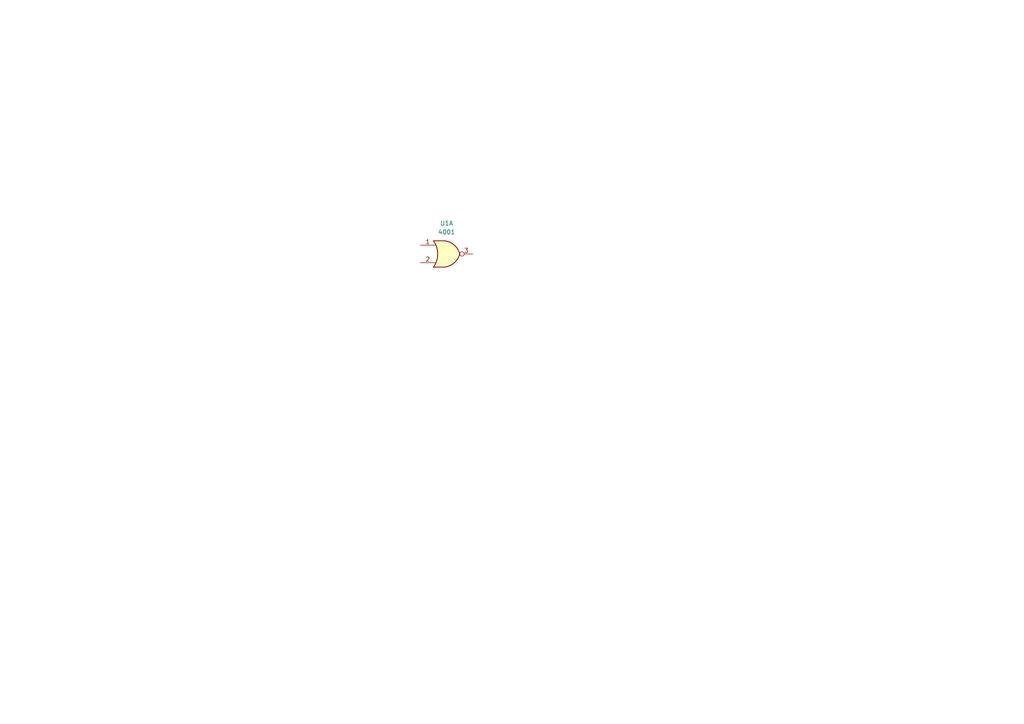
<source format=kicad_sch>
(kicad_sch (version 20231120) (generator "eeschema") (generator_version "8.0")
  (paper "A4")
  (lib_symbols
    (symbol "4xxx:4001" (pin_names (offset 1.016))
      (property "Reference" "U" (at 0 1.27 0))
      (property "Value" "4001" (at 0 -1.27 0))
      (symbol "4001_1_1"
        (arc (start -3.81 -3.81) (mid -2.589 0) (end -3.81 3.81) (stroke (width 0.254)))
        (arc (start -0.6096 -3.81) (mid 2.1842 -2.5851) (end 3.81 0) (stroke (width 0.254)) (fill (type background)))
        (polyline (pts (xy -3.81 -3.81) (xy -0.635 -3.81)) (stroke (width 0.254)) (fill (type background)))
        (polyline (pts (xy -3.81 3.81) (xy -0.635 3.81)) (stroke (width 0.254)) (fill (type background)))
        (polyline (pts (xy -0.635 3.81) (xy -3.81 3.81) (xy -3.81 3.81) (xy -3.556 3.4036) (xy -3.0226 2.2606) (xy -2.6924 1.0414) (xy -2.6162 -0.254) (xy -2.7686 -1.4986) (xy -3.175 -2.7178) (xy -3.81 -3.81) (xy -3.81 -3.81) (xy -0.635 -3.81)) (stroke (width -25.4)) (fill (type background)))
        (arc (start 3.81 0) (mid 2.1915 2.5936) (end -0.6096 3.81) (stroke (width 0.254)) (fill (type background)))
        (pin input line (at -7.62 2.54 0) (length 4.318) (name "~") (number "1"))
        (pin input line (at -7.62 -2.54 0) (length 4.318) (name "~") (number "2"))
        (pin output inverted (at 7.62 0 180) (length 3.81) (name "~") (number "3"))
      )
      (symbol "4001_1_2"
        (arc (start 0 -3.81) (mid 3.7934 0) (end 0 3.81) (stroke (width 0.254)) (fill (type background)))
        (polyline (pts (xy 0 3.81) (xy -3.81 3.81) (xy -3.81 -3.81) (xy 0 -3.81)) (stroke (width 0.254)) (fill (type background)))
        (pin input inverted (at -7.62 2.54 0) (length 3.81) (name "~") (number "1"))
        (pin input inverted (at -7.62 -2.54 0) (length 3.81) (name "~") (number "2"))
        (pin output line (at 7.62 0 180) (length 3.81) (name "~") (number "3"))
      )
      (symbol "4001_2_1"
        (arc (start -3.81 -3.81) (mid -2.589 0) (end -3.81 3.81) (stroke (width 0.254)))
        (arc (start -0.6096 -3.81) (mid 2.1842 -2.5851) (end 3.81 0) (stroke (width 0.254)) (fill (type background)))
        (polyline (pts (xy -3.81 -3.81) (xy -0.635 -3.81)) (stroke (width 0.254)) (fill (type background)))
        (polyline (pts (xy -3.81 3.81) (xy -0.635 3.81)) (stroke (width 0.254)) (fill (type background)))
        (polyline (pts (xy -0.635 3.81) (xy -3.81 3.81) (xy -3.81 3.81) (xy -3.556 3.4036) (xy -3.0226 2.2606) (xy -2.6924 1.0414) (xy -2.6162 -0.254) (xy -2.7686 -1.4986) (xy -3.175 -2.7178) (xy -3.81 -3.81) (xy -3.81 -3.81) (xy -0.635 -3.81)) (stroke (width -25.4)) (fill (type background)))
        (arc (start 3.81 0) (mid 2.1915 2.5936) (end -0.6096 3.81) (stroke (width 0.254)) (fill (type background)))
        (pin output inverted (at 7.62 0 180) (length 3.81) (name "~") (number "4"))
        (pin input line (at -7.62 2.54 0) (length 4.318) (name "~") (number "5"))
        (pin input line (at -7.62 -2.54 0) (length 4.318) (name "~") (number "6"))
      )
      (symbol "4001_2_2"
        (arc (start 0 -3.81) (mid 3.7934 0) (end 0 3.81) (stroke (width 0.254)) (fill (type background)))
        (polyline (pts (xy 0 3.81) (xy -3.81 3.81) (xy -3.81 -3.81) (xy 0 -3.81)) (stroke (width 0.254)) (fill (type background)))
        (pin output line (at 7.62 0 180) (length 3.81) (name "~") (number "4"))
        (pin input inverted (at -7.62 2.54 0) (length 3.81) (name "~") (number "5"))
        (pin input inverted (at -7.62 -2.54 0) (length 3.81) (name "~") (number "6"))
      )
      (symbol "4001_3_1"
        (arc (start -3.81 -3.81) (mid -2.589 0) (end -3.81 3.81) (stroke (width 0.254)))
        (arc (start -0.6096 -3.81) (mid 2.1842 -2.5851) (end 3.81 0) (stroke (width 0.254)) (fill (type background)))
        (polyline (pts (xy -3.81 -3.81) (xy -0.635 -3.81)) (stroke (width 0.254)) (fill (type background)))
        (polyline (pts (xy -3.81 3.81) (xy -0.635 3.81)) (stroke (width 0.254)) (fill (type background)))
        (polyline (pts (xy -0.635 3.81) (xy -3.81 3.81) (xy -3.81 3.81) (xy -3.556 3.4036) (xy -3.0226 2.2606) (xy -2.6924 1.0414) (xy -2.6162 -0.254) (xy -2.7686 -1.4986) (xy -3.175 -2.7178) (xy -3.81 -3.81) (xy -3.81 -3.81) (xy -0.635 -3.81)) (stroke (width -25.4)) (fill (type background)))
        (arc (start 3.81 0) (mid 2.1915 2.5936) (end -0.6096 3.81) (stroke (width 0.254)) (fill (type background)))
        (pin output inverted (at 7.62 0 180) (length 3.81) (name "~") (number "10"))
        (pin input line (at -7.62 2.54 0) (length 4.318) (name "~") (number "8"))
        (pin input line (at -7.62 -2.54 0) (length 4.318) (name "~") (number "9"))
      )
      (symbol "4001_3_2"
        (arc (start 0 -3.81) (mid 3.7934 0) (end 0 3.81) (stroke (width 0.254)) (fill (type background)))
        (polyline (pts (xy 0 3.81) (xy -3.81 3.81) (xy -3.81 -3.81) (xy 0 -3.81)) (stroke (width 0.254)) (fill (type background)))
        (pin output line (at 7.62 0 180) (length 3.81) (name "~") (number "10"))
        (pin input inverted (at -7.62 2.54 0) (length 3.81) (name "~") (number "8"))
        (pin input inverted (at -7.62 -2.54 0) (length 3.81) (name "~") (number "9"))
      )
      (symbol "4001_4_1"
        (arc (start -3.81 -3.81) (mid -2.589 0) (end -3.81 3.81) (stroke (width 0.254)))
        (arc (start -0.6096 -3.81) (mid 2.1842 -2.5851) (end 3.81 0) (stroke (width 0.254)) (fill (type background)))
        (polyline (pts (xy -3.81 -3.81) (xy -0.635 -3.81)) (stroke (width 0.254)) (fill (type background)))
        (polyline (pts (xy -3.81 3.81) (xy -0.635 3.81)) (stroke (width 0.254)) (fill (type background)))
        (polyline (pts (xy -0.635 3.81) (xy -3.81 3.81) (xy -3.81 3.81) (xy -3.556 3.4036) (xy -3.0226 2.2606) (xy -2.6924 1.0414) (xy -2.6162 -0.254) (xy -2.7686 -1.4986) (xy -3.175 -2.7178) (xy -3.81 -3.81) (xy -3.81 -3.81) (xy -0.635 -3.81)) (stroke (width -25.4)) (fill (type background)))
        (arc (start 3.81 0) (mid 2.1915 2.5936) (end -0.6096 3.81) (stroke (width 0.254)) (fill (type background)))
        (pin output inverted (at 7.62 0 180) (length 3.81) (name "~") (number "11"))
        (pin input line (at -7.62 2.54 0) (length 4.318) (name "~") (number "12"))
        (pin input line (at -7.62 -2.54 0) (length 4.318) (name "~") (number "13"))
      )
      (symbol "4001_4_2"
        (arc (start 0 -3.81) (mid 3.7934 0) (end 0 3.81) (stroke (width 0.254)) (fill (type background)))
        (polyline (pts (xy 0 3.81) (xy -3.81 3.81) (xy -3.81 -3.81) (xy 0 -3.81)) (stroke (width 0.254)) (fill (type background)))
        (pin output line (at 7.62 0 180) (length 3.81) (name "~") (number "11"))
        (pin input inverted (at -7.62 2.54 0) (length 3.81) (name "~") (number "12"))
        (pin input inverted (at -7.62 -2.54 0) (length 3.81) (name "~") (number "13"))
      )
      (symbol "4001_5_0"
        (pin power_in line (at 0 12.7 270) (length 5.08) (name "VDD") (number "14"))
        (pin power_in line (at 0 -12.7 90) (length 5.08) (name "VSS") (number "7"))
      )
      (symbol "4001_5_1"
        (rectangle (start -5.08 7.62) (end 5.08 -7.62) (stroke (width 0.254)) (fill (type background)))
      )
    )
  )
  (symbol (lib_id "4xxx:4001") (at 129.54 73.66 0) (unit 1)
    (property "Reference" "U1" (at 129.54 64.77 0))
    (property "Value" "4001" (at 129.54 67.31 0))
    (property "Datasheet" "http://www.intersil.com/content/dam/Intersil/documents/cd40/cd4000bms-01bms-02bms-25bms.pdf" (effects (hide yes)))
    (property "Description" "Quad Nor 2 inputs" (effects (hide yes)))
  )
)
</source>
